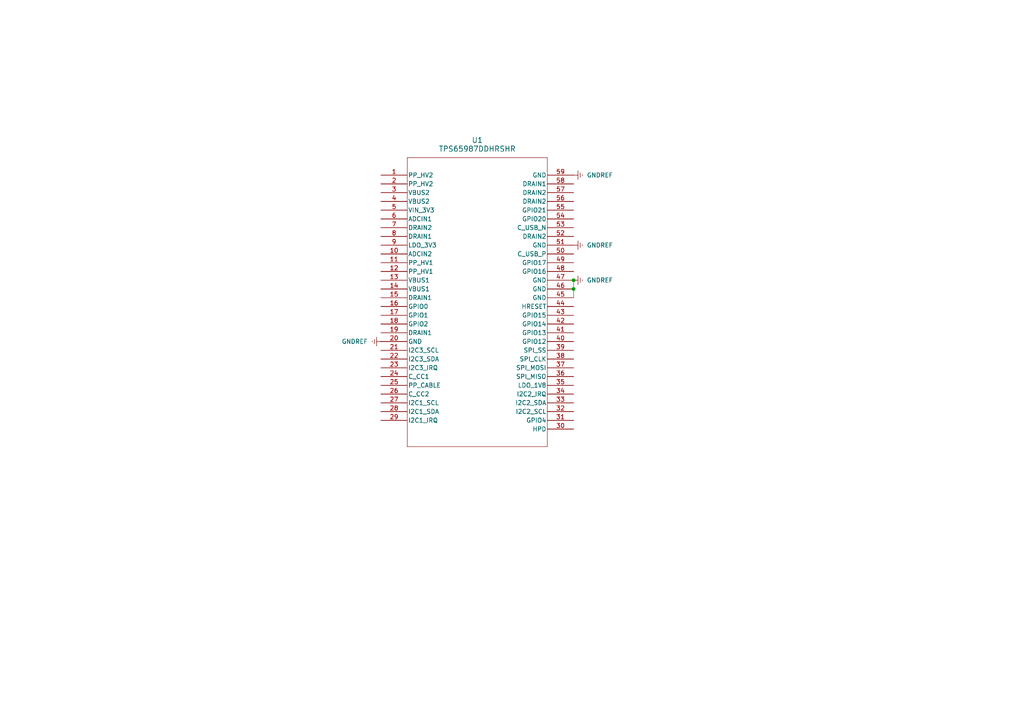
<source format=kicad_sch>
(kicad_sch
	(version 20231120)
	(generator "eeschema")
	(generator_version "8.0")
	(uuid "75b34116-10df-417c-9165-aae42604e306")
	(paper "A4")
	(lib_symbols
		(symbol "TPS65987DDHRSHR:TPS65987DDHRSHR"
			(pin_names
				(offset 0.254)
			)
			(exclude_from_sim no)
			(in_bom yes)
			(on_board yes)
			(property "Reference" "U"
				(at 27.94 10.16 0)
				(effects
					(font
						(size 1.524 1.524)
					)
				)
			)
			(property "Value" "TPS65987DDHRSHR"
				(at 27.94 7.62 0)
				(effects
					(font
						(size 1.524 1.524)
					)
				)
			)
			(property "Footprint" "RSH56_7P15X7P15_TEX"
				(at 0 0 0)
				(effects
					(font
						(size 1.27 1.27)
						(italic yes)
					)
					(hide yes)
				)
			)
			(property "Datasheet" "TPS65987DDHRSHR"
				(at 0 0 0)
				(effects
					(font
						(size 1.27 1.27)
						(italic yes)
					)
					(hide yes)
				)
			)
			(property "Description" ""
				(at 0 0 0)
				(effects
					(font
						(size 1.27 1.27)
					)
					(hide yes)
				)
			)
			(property "ki_locked" ""
				(at 0 0 0)
				(effects
					(font
						(size 1.27 1.27)
					)
				)
			)
			(property "ki_keywords" "TPS65987DDHRSHR"
				(at 0 0 0)
				(effects
					(font
						(size 1.27 1.27)
					)
					(hide yes)
				)
			)
			(property "ki_fp_filters" "RSH56_7P15X7P15_TEX"
				(at 0 0 0)
				(effects
					(font
						(size 1.27 1.27)
					)
					(hide yes)
				)
			)
			(symbol "TPS65987DDHRSHR_0_1"
				(polyline
					(pts
						(xy 7.62 -78.74) (xy 48.26 -78.74)
					)
					(stroke
						(width 0.127)
						(type default)
					)
					(fill
						(type none)
					)
				)
				(polyline
					(pts
						(xy 7.62 5.08) (xy 7.62 -78.74)
					)
					(stroke
						(width 0.127)
						(type default)
					)
					(fill
						(type none)
					)
				)
				(polyline
					(pts
						(xy 48.26 -78.74) (xy 48.26 5.08)
					)
					(stroke
						(width 0.127)
						(type default)
					)
					(fill
						(type none)
					)
				)
				(polyline
					(pts
						(xy 48.26 5.08) (xy 7.62 5.08)
					)
					(stroke
						(width 0.127)
						(type default)
					)
					(fill
						(type none)
					)
				)
				(pin unspecified line
					(at 0 0 0)
					(length 7.62)
					(name "PP_HV2"
						(effects
							(font
								(size 1.27 1.27)
							)
						)
					)
					(number "1"
						(effects
							(font
								(size 1.27 1.27)
							)
						)
					)
				)
				(pin input line
					(at 0 -22.86 0)
					(length 7.62)
					(name "ADCIN2"
						(effects
							(font
								(size 1.27 1.27)
							)
						)
					)
					(number "10"
						(effects
							(font
								(size 1.27 1.27)
							)
						)
					)
				)
				(pin unspecified line
					(at 0 -25.4 0)
					(length 7.62)
					(name "PP_HV1"
						(effects
							(font
								(size 1.27 1.27)
							)
						)
					)
					(number "11"
						(effects
							(font
								(size 1.27 1.27)
							)
						)
					)
				)
				(pin unspecified line
					(at 0 -27.94 0)
					(length 7.62)
					(name "PP_HV1"
						(effects
							(font
								(size 1.27 1.27)
							)
						)
					)
					(number "12"
						(effects
							(font
								(size 1.27 1.27)
							)
						)
					)
				)
				(pin power_in line
					(at 0 -30.48 0)
					(length 7.62)
					(name "VBUS1"
						(effects
							(font
								(size 1.27 1.27)
							)
						)
					)
					(number "13"
						(effects
							(font
								(size 1.27 1.27)
							)
						)
					)
				)
				(pin power_in line
					(at 0 -33.02 0)
					(length 7.62)
					(name "VBUS1"
						(effects
							(font
								(size 1.27 1.27)
							)
						)
					)
					(number "14"
						(effects
							(font
								(size 1.27 1.27)
							)
						)
					)
				)
				(pin unspecified line
					(at 0 -35.56 0)
					(length 7.62)
					(name "DRAIN1"
						(effects
							(font
								(size 1.27 1.27)
							)
						)
					)
					(number "15"
						(effects
							(font
								(size 1.27 1.27)
							)
						)
					)
				)
				(pin bidirectional line
					(at 0 -38.1 0)
					(length 7.62)
					(name "GPIO0"
						(effects
							(font
								(size 1.27 1.27)
							)
						)
					)
					(number "16"
						(effects
							(font
								(size 1.27 1.27)
							)
						)
					)
				)
				(pin bidirectional line
					(at 0 -40.64 0)
					(length 7.62)
					(name "GPIO1"
						(effects
							(font
								(size 1.27 1.27)
							)
						)
					)
					(number "17"
						(effects
							(font
								(size 1.27 1.27)
							)
						)
					)
				)
				(pin bidirectional line
					(at 0 -43.18 0)
					(length 7.62)
					(name "GPIO2"
						(effects
							(font
								(size 1.27 1.27)
							)
						)
					)
					(number "18"
						(effects
							(font
								(size 1.27 1.27)
							)
						)
					)
				)
				(pin unspecified line
					(at 0 -45.72 0)
					(length 7.62)
					(name "DRAIN1"
						(effects
							(font
								(size 1.27 1.27)
							)
						)
					)
					(number "19"
						(effects
							(font
								(size 1.27 1.27)
							)
						)
					)
				)
				(pin unspecified line
					(at 0 -2.54 0)
					(length 7.62)
					(name "PP_HV2"
						(effects
							(font
								(size 1.27 1.27)
							)
						)
					)
					(number "2"
						(effects
							(font
								(size 1.27 1.27)
							)
						)
					)
				)
				(pin power_in line
					(at 0 -48.26 0)
					(length 7.62)
					(name "GND"
						(effects
							(font
								(size 1.27 1.27)
							)
						)
					)
					(number "20"
						(effects
							(font
								(size 1.27 1.27)
							)
						)
					)
				)
				(pin bidirectional line
					(at 0 -50.8 0)
					(length 7.62)
					(name "I2C3_SCL"
						(effects
							(font
								(size 1.27 1.27)
							)
						)
					)
					(number "21"
						(effects
							(font
								(size 1.27 1.27)
							)
						)
					)
				)
				(pin bidirectional line
					(at 0 -53.34 0)
					(length 7.62)
					(name "I2C3_SDA"
						(effects
							(font
								(size 1.27 1.27)
							)
						)
					)
					(number "22"
						(effects
							(font
								(size 1.27 1.27)
							)
						)
					)
				)
				(pin bidirectional line
					(at 0 -55.88 0)
					(length 7.62)
					(name "I2C3_IRQ"
						(effects
							(font
								(size 1.27 1.27)
							)
						)
					)
					(number "23"
						(effects
							(font
								(size 1.27 1.27)
							)
						)
					)
				)
				(pin bidirectional line
					(at 0 -58.42 0)
					(length 7.62)
					(name "C_CC1"
						(effects
							(font
								(size 1.27 1.27)
							)
						)
					)
					(number "24"
						(effects
							(font
								(size 1.27 1.27)
							)
						)
					)
				)
				(pin input line
					(at 0 -60.96 0)
					(length 7.62)
					(name "PP_CABLE"
						(effects
							(font
								(size 1.27 1.27)
							)
						)
					)
					(number "25"
						(effects
							(font
								(size 1.27 1.27)
							)
						)
					)
				)
				(pin bidirectional line
					(at 0 -63.5 0)
					(length 7.62)
					(name "C_CC2"
						(effects
							(font
								(size 1.27 1.27)
							)
						)
					)
					(number "26"
						(effects
							(font
								(size 1.27 1.27)
							)
						)
					)
				)
				(pin bidirectional line
					(at 0 -66.04 0)
					(length 7.62)
					(name "I2C1_SCL"
						(effects
							(font
								(size 1.27 1.27)
							)
						)
					)
					(number "27"
						(effects
							(font
								(size 1.27 1.27)
							)
						)
					)
				)
				(pin bidirectional line
					(at 0 -68.58 0)
					(length 7.62)
					(name "I2C1_SDA"
						(effects
							(font
								(size 1.27 1.27)
							)
						)
					)
					(number "28"
						(effects
							(font
								(size 1.27 1.27)
							)
						)
					)
				)
				(pin output line
					(at 0 -71.12 0)
					(length 7.62)
					(name "I2C1_IRQ"
						(effects
							(font
								(size 1.27 1.27)
							)
						)
					)
					(number "29"
						(effects
							(font
								(size 1.27 1.27)
							)
						)
					)
				)
				(pin power_in line
					(at 0 -5.08 0)
					(length 7.62)
					(name "VBUS2"
						(effects
							(font
								(size 1.27 1.27)
							)
						)
					)
					(number "3"
						(effects
							(font
								(size 1.27 1.27)
							)
						)
					)
				)
				(pin bidirectional line
					(at 55.88 -73.66 180)
					(length 7.62)
					(name "HPD"
						(effects
							(font
								(size 1.27 1.27)
							)
						)
					)
					(number "30"
						(effects
							(font
								(size 1.27 1.27)
							)
						)
					)
				)
				(pin bidirectional line
					(at 55.88 -71.12 180)
					(length 7.62)
					(name "GPIO4"
						(effects
							(font
								(size 1.27 1.27)
							)
						)
					)
					(number "31"
						(effects
							(font
								(size 1.27 1.27)
							)
						)
					)
				)
				(pin bidirectional line
					(at 55.88 -68.58 180)
					(length 7.62)
					(name "I2C2_SCL"
						(effects
							(font
								(size 1.27 1.27)
							)
						)
					)
					(number "32"
						(effects
							(font
								(size 1.27 1.27)
							)
						)
					)
				)
				(pin bidirectional line
					(at 55.88 -66.04 180)
					(length 7.62)
					(name "I2C2_SDA"
						(effects
							(font
								(size 1.27 1.27)
							)
						)
					)
					(number "33"
						(effects
							(font
								(size 1.27 1.27)
							)
						)
					)
				)
				(pin output line
					(at 55.88 -63.5 180)
					(length 7.62)
					(name "I2C2_IRQ"
						(effects
							(font
								(size 1.27 1.27)
							)
						)
					)
					(number "34"
						(effects
							(font
								(size 1.27 1.27)
							)
						)
					)
				)
				(pin output line
					(at 55.88 -60.96 180)
					(length 7.62)
					(name "LDO_1V8"
						(effects
							(font
								(size 1.27 1.27)
							)
						)
					)
					(number "35"
						(effects
							(font
								(size 1.27 1.27)
							)
						)
					)
				)
				(pin bidirectional line
					(at 55.88 -58.42 180)
					(length 7.62)
					(name "SPI_MISO"
						(effects
							(font
								(size 1.27 1.27)
							)
						)
					)
					(number "36"
						(effects
							(font
								(size 1.27 1.27)
							)
						)
					)
				)
				(pin bidirectional line
					(at 55.88 -55.88 180)
					(length 7.62)
					(name "SPI_MOSI"
						(effects
							(font
								(size 1.27 1.27)
							)
						)
					)
					(number "37"
						(effects
							(font
								(size 1.27 1.27)
							)
						)
					)
				)
				(pin bidirectional line
					(at 55.88 -53.34 180)
					(length 7.62)
					(name "SPI_CLK"
						(effects
							(font
								(size 1.27 1.27)
							)
						)
					)
					(number "38"
						(effects
							(font
								(size 1.27 1.27)
							)
						)
					)
				)
				(pin bidirectional line
					(at 55.88 -50.8 180)
					(length 7.62)
					(name "SPI_SS"
						(effects
							(font
								(size 1.27 1.27)
							)
						)
					)
					(number "39"
						(effects
							(font
								(size 1.27 1.27)
							)
						)
					)
				)
				(pin power_in line
					(at 0 -7.62 0)
					(length 7.62)
					(name "VBUS2"
						(effects
							(font
								(size 1.27 1.27)
							)
						)
					)
					(number "4"
						(effects
							(font
								(size 1.27 1.27)
							)
						)
					)
				)
				(pin bidirectional line
					(at 55.88 -48.26 180)
					(length 7.62)
					(name "GPIO12"
						(effects
							(font
								(size 1.27 1.27)
							)
						)
					)
					(number "40"
						(effects
							(font
								(size 1.27 1.27)
							)
						)
					)
				)
				(pin bidirectional line
					(at 55.88 -45.72 180)
					(length 7.62)
					(name "GPIO13"
						(effects
							(font
								(size 1.27 1.27)
							)
						)
					)
					(number "41"
						(effects
							(font
								(size 1.27 1.27)
							)
						)
					)
				)
				(pin bidirectional line
					(at 55.88 -43.18 180)
					(length 7.62)
					(name "GPIO14"
						(effects
							(font
								(size 1.27 1.27)
							)
						)
					)
					(number "42"
						(effects
							(font
								(size 1.27 1.27)
							)
						)
					)
				)
				(pin bidirectional line
					(at 55.88 -40.64 180)
					(length 7.62)
					(name "GPIO15"
						(effects
							(font
								(size 1.27 1.27)
							)
						)
					)
					(number "43"
						(effects
							(font
								(size 1.27 1.27)
							)
						)
					)
				)
				(pin bidirectional line
					(at 55.88 -38.1 180)
					(length 7.62)
					(name "HRESET"
						(effects
							(font
								(size 1.27 1.27)
							)
						)
					)
					(number "44"
						(effects
							(font
								(size 1.27 1.27)
							)
						)
					)
				)
				(pin power_in line
					(at 55.88 -35.56 180)
					(length 7.62)
					(name "GND"
						(effects
							(font
								(size 1.27 1.27)
							)
						)
					)
					(number "45"
						(effects
							(font
								(size 1.27 1.27)
							)
						)
					)
				)
				(pin power_in line
					(at 55.88 -33.02 180)
					(length 7.62)
					(name "GND"
						(effects
							(font
								(size 1.27 1.27)
							)
						)
					)
					(number "46"
						(effects
							(font
								(size 1.27 1.27)
							)
						)
					)
				)
				(pin power_in line
					(at 55.88 -30.48 180)
					(length 7.62)
					(name "GND"
						(effects
							(font
								(size 1.27 1.27)
							)
						)
					)
					(number "47"
						(effects
							(font
								(size 1.27 1.27)
							)
						)
					)
				)
				(pin bidirectional line
					(at 55.88 -27.94 180)
					(length 7.62)
					(name "GPIO16"
						(effects
							(font
								(size 1.27 1.27)
							)
						)
					)
					(number "48"
						(effects
							(font
								(size 1.27 1.27)
							)
						)
					)
				)
				(pin bidirectional line
					(at 55.88 -25.4 180)
					(length 7.62)
					(name "GPIO17"
						(effects
							(font
								(size 1.27 1.27)
							)
						)
					)
					(number "49"
						(effects
							(font
								(size 1.27 1.27)
							)
						)
					)
				)
				(pin input line
					(at 0 -10.16 0)
					(length 7.62)
					(name "VIN_3V3"
						(effects
							(font
								(size 1.27 1.27)
							)
						)
					)
					(number "5"
						(effects
							(font
								(size 1.27 1.27)
							)
						)
					)
				)
				(pin bidirectional line
					(at 55.88 -22.86 180)
					(length 7.62)
					(name "C_USB_P"
						(effects
							(font
								(size 1.27 1.27)
							)
						)
					)
					(number "50"
						(effects
							(font
								(size 1.27 1.27)
							)
						)
					)
				)
				(pin power_in line
					(at 55.88 -20.32 180)
					(length 7.62)
					(name "GND"
						(effects
							(font
								(size 1.27 1.27)
							)
						)
					)
					(number "51"
						(effects
							(font
								(size 1.27 1.27)
							)
						)
					)
				)
				(pin unspecified line
					(at 55.88 -17.78 180)
					(length 7.62)
					(name "DRAIN2"
						(effects
							(font
								(size 1.27 1.27)
							)
						)
					)
					(number "52"
						(effects
							(font
								(size 1.27 1.27)
							)
						)
					)
				)
				(pin bidirectional line
					(at 55.88 -15.24 180)
					(length 7.62)
					(name "C_USB_N"
						(effects
							(font
								(size 1.27 1.27)
							)
						)
					)
					(number "53"
						(effects
							(font
								(size 1.27 1.27)
							)
						)
					)
				)
				(pin bidirectional line
					(at 55.88 -12.7 180)
					(length 7.62)
					(name "GPIO20"
						(effects
							(font
								(size 1.27 1.27)
							)
						)
					)
					(number "54"
						(effects
							(font
								(size 1.27 1.27)
							)
						)
					)
				)
				(pin bidirectional line
					(at 55.88 -10.16 180)
					(length 7.62)
					(name "GPIO21"
						(effects
							(font
								(size 1.27 1.27)
							)
						)
					)
					(number "55"
						(effects
							(font
								(size 1.27 1.27)
							)
						)
					)
				)
				(pin unspecified line
					(at 55.88 -7.62 180)
					(length 7.62)
					(name "DRAIN2"
						(effects
							(font
								(size 1.27 1.27)
							)
						)
					)
					(number "56"
						(effects
							(font
								(size 1.27 1.27)
							)
						)
					)
				)
				(pin unspecified line
					(at 55.88 -5.08 180)
					(length 7.62)
					(name "DRAIN2"
						(effects
							(font
								(size 1.27 1.27)
							)
						)
					)
					(number "57"
						(effects
							(font
								(size 1.27 1.27)
							)
						)
					)
				)
				(pin unspecified line
					(at 55.88 -2.54 180)
					(length 7.62)
					(name "DRAIN1"
						(effects
							(font
								(size 1.27 1.27)
							)
						)
					)
					(number "58"
						(effects
							(font
								(size 1.27 1.27)
							)
						)
					)
				)
				(pin power_in line
					(at 55.88 0 180)
					(length 7.62)
					(name "GND"
						(effects
							(font
								(size 1.27 1.27)
							)
						)
					)
					(number "59"
						(effects
							(font
								(size 1.27 1.27)
							)
						)
					)
				)
				(pin input line
					(at 0 -12.7 0)
					(length 7.62)
					(name "ADCIN1"
						(effects
							(font
								(size 1.27 1.27)
							)
						)
					)
					(number "6"
						(effects
							(font
								(size 1.27 1.27)
							)
						)
					)
				)
				(pin unspecified line
					(at 0 -15.24 0)
					(length 7.62)
					(name "DRAIN2"
						(effects
							(font
								(size 1.27 1.27)
							)
						)
					)
					(number "7"
						(effects
							(font
								(size 1.27 1.27)
							)
						)
					)
				)
				(pin unspecified line
					(at 0 -17.78 0)
					(length 7.62)
					(name "DRAIN1"
						(effects
							(font
								(size 1.27 1.27)
							)
						)
					)
					(number "8"
						(effects
							(font
								(size 1.27 1.27)
							)
						)
					)
				)
				(pin output line
					(at 0 -20.32 0)
					(length 7.62)
					(name "LDO_3V3"
						(effects
							(font
								(size 1.27 1.27)
							)
						)
					)
					(number "9"
						(effects
							(font
								(size 1.27 1.27)
							)
						)
					)
				)
			)
		)
		(symbol "power:GNDREF"
			(power)
			(pin_numbers hide)
			(pin_names
				(offset 0) hide)
			(exclude_from_sim no)
			(in_bom yes)
			(on_board yes)
			(property "Reference" "#PWR"
				(at 0 -6.35 0)
				(effects
					(font
						(size 1.27 1.27)
					)
					(hide yes)
				)
			)
			(property "Value" "GNDREF"
				(at 0 -3.81 0)
				(effects
					(font
						(size 1.27 1.27)
					)
				)
			)
			(property "Footprint" ""
				(at 0 0 0)
				(effects
					(font
						(size 1.27 1.27)
					)
					(hide yes)
				)
			)
			(property "Datasheet" ""
				(at 0 0 0)
				(effects
					(font
						(size 1.27 1.27)
					)
					(hide yes)
				)
			)
			(property "Description" "Power symbol creates a global label with name \"GNDREF\" , reference supply ground"
				(at 0 0 0)
				(effects
					(font
						(size 1.27 1.27)
					)
					(hide yes)
				)
			)
			(property "ki_keywords" "global power"
				(at 0 0 0)
				(effects
					(font
						(size 1.27 1.27)
					)
					(hide yes)
				)
			)
			(symbol "GNDREF_0_1"
				(polyline
					(pts
						(xy -0.635 -1.905) (xy 0.635 -1.905)
					)
					(stroke
						(width 0)
						(type default)
					)
					(fill
						(type none)
					)
				)
				(polyline
					(pts
						(xy -0.127 -2.54) (xy 0.127 -2.54)
					)
					(stroke
						(width 0)
						(type default)
					)
					(fill
						(type none)
					)
				)
				(polyline
					(pts
						(xy 0 -1.27) (xy 0 0)
					)
					(stroke
						(width 0)
						(type default)
					)
					(fill
						(type none)
					)
				)
				(polyline
					(pts
						(xy 1.27 -1.27) (xy -1.27 -1.27)
					)
					(stroke
						(width 0)
						(type default)
					)
					(fill
						(type none)
					)
				)
			)
			(symbol "GNDREF_1_1"
				(pin power_in line
					(at 0 0 270)
					(length 0)
					(name "~"
						(effects
							(font
								(size 1.27 1.27)
							)
						)
					)
					(number "1"
						(effects
							(font
								(size 1.27 1.27)
							)
						)
					)
				)
			)
		)
	)
	(junction
		(at 166.37 81.28)
		(diameter 0)
		(color 0 0 0 0)
		(uuid "d16899a8-deda-45e1-8177-c6bfb06c0314")
	)
	(junction
		(at 166.37 83.82)
		(diameter 0)
		(color 0 0 0 0)
		(uuid "e4aa1749-c06f-46a7-9ec9-7b5bb315db73")
	)
	(wire
		(pts
			(xy 166.37 81.28) (xy 166.37 83.82)
		)
		(stroke
			(width 0)
			(type default)
		)
		(uuid "0d518f08-a774-4652-8926-4a156b51ec06")
	)
	(wire
		(pts
			(xy 166.37 83.82) (xy 166.37 86.36)
		)
		(stroke
			(width 0)
			(type default)
		)
		(uuid "d1599d0e-5df9-4c0b-b824-c9309c945e3b")
	)
	(symbol
		(lib_id "TPS65987DDHRSHR:TPS65987DDHRSHR")
		(at 110.49 50.8 0)
		(unit 1)
		(exclude_from_sim no)
		(in_bom yes)
		(on_board yes)
		(dnp no)
		(fields_autoplaced yes)
		(uuid "0fd65d66-cac1-4cea-bcff-5d908141fa13")
		(property "Reference" "U1"
			(at 138.43 40.64 0)
			(effects
				(font
					(size 1.524 1.524)
				)
			)
		)
		(property "Value" "TPS65987DDHRSHR"
			(at 138.43 43.18 0)
			(effects
				(font
					(size 1.524 1.524)
				)
			)
		)
		(property "Footprint" "RSH56_7P15X7P15_TEX"
			(at 110.49 50.8 0)
			(effects
				(font
					(size 1.27 1.27)
					(italic yes)
				)
				(hide yes)
			)
		)
		(property "Datasheet" "TPS65987DDHRSHR"
			(at 110.49 50.8 0)
			(effects
				(font
					(size 1.27 1.27)
					(italic yes)
				)
				(hide yes)
			)
		)
		(property "Description" ""
			(at 110.49 50.8 0)
			(effects
				(font
					(size 1.27 1.27)
				)
				(hide yes)
			)
		)
		(pin "38"
			(uuid "20de208e-b9bb-4a82-bbed-95bda2cacfd3")
		)
		(pin "41"
			(uuid "211975c9-9d9c-4cad-9698-4246db562c06")
		)
		(pin "26"
			(uuid "2ca4dbea-a12c-439e-b4b9-334d811d080a")
		)
		(pin "13"
			(uuid "5dcbb846-f7a5-41e1-89a6-815036188c52")
		)
		(pin "14"
			(uuid "7dc7ef26-5460-4c9c-8d68-8a9b2a43c469")
		)
		(pin "15"
			(uuid "cf11dc67-cc3f-49a7-aa39-e0842ccf2eab")
		)
		(pin "30"
			(uuid "5416bc70-4196-4875-999f-1dcec8040bfc")
		)
		(pin "22"
			(uuid "7d829b78-9a96-4864-811b-765d0dc9b43c")
		)
		(pin "31"
			(uuid "d6107224-3809-4067-b382-cb5791ab7b3a")
		)
		(pin "4"
			(uuid "70e78433-6947-4529-b160-baf42785cb18")
		)
		(pin "8"
			(uuid "534f3f40-6761-417b-a80e-3804b9691a11")
		)
		(pin "39"
			(uuid "a689f7d2-30bd-49e1-8378-7c8f503470eb")
		)
		(pin "18"
			(uuid "d06c5744-ef2d-4805-9f1f-251089f36db2")
		)
		(pin "21"
			(uuid "e3f61e3e-8aae-4a81-a15f-fee265e5db54")
		)
		(pin "20"
			(uuid "ba276289-0619-4aed-8868-f6f4d1cfaa78")
		)
		(pin "23"
			(uuid "f763aa51-f9f8-49cc-ab57-c7520babe5f4")
		)
		(pin "25"
			(uuid "a8a0d24b-1233-425e-abaa-67221040b156")
		)
		(pin "35"
			(uuid "2da3b6b8-545a-4edc-a806-1cade37aee7d")
		)
		(pin "10"
			(uuid "d5a35d0d-29f2-4c74-8780-c6379011066b")
		)
		(pin "17"
			(uuid "a1776179-555c-498c-8c7d-c3cee507e561")
		)
		(pin "34"
			(uuid "bf003800-1666-4df2-8ee4-4eec9cf56a28")
		)
		(pin "36"
			(uuid "1504b767-790c-4104-9678-5de2e100797f")
		)
		(pin "43"
			(uuid "7c3a90ca-ca6d-4e93-a1de-980d02ad00e4")
		)
		(pin "12"
			(uuid "f362b016-321d-4460-b3bc-bea7e72b551b")
		)
		(pin "52"
			(uuid "012492f5-c020-4bac-9e79-51e72943aae3")
		)
		(pin "53"
			(uuid "e8ec1697-af16-4084-9187-c2d38609eecf")
		)
		(pin "16"
			(uuid "275f5b3e-9fc6-4063-9839-6b11ac2ce9e5")
		)
		(pin "50"
			(uuid "97768b07-ab09-46d0-b8a3-e5acb92fd11c")
		)
		(pin "45"
			(uuid "0fc66f6a-fdc6-4b71-a3c6-5694428f5858")
		)
		(pin "55"
			(uuid "daae8f4a-dacd-43f7-8350-b5c1e29d2643")
		)
		(pin "1"
			(uuid "64988a80-2143-44df-9d71-6e157094fc85")
		)
		(pin "11"
			(uuid "7a489737-ef69-4b61-98a7-00cd7a3a6365")
		)
		(pin "49"
			(uuid "334f4105-f9d7-41fc-b8be-5675adda63dc")
		)
		(pin "24"
			(uuid "b00afb49-0051-46c6-8af3-f12c137d3bf0")
		)
		(pin "29"
			(uuid "d44b1bdc-4da3-49bd-898b-db04bd09227c")
		)
		(pin "27"
			(uuid "236e05c6-feed-40d7-9e81-f81c93de2dcb")
		)
		(pin "48"
			(uuid "7a34900b-f247-437d-a675-49bb62802f3c")
		)
		(pin "5"
			(uuid "65c09532-80b1-44b9-995c-0fb70a60146c")
		)
		(pin "19"
			(uuid "9fdfa70b-f46a-4618-9a0b-17ba3d3a78d6")
		)
		(pin "33"
			(uuid "77a46450-06c9-4629-8102-89cc2a81eac7")
		)
		(pin "51"
			(uuid "1002b2e4-d96b-4ede-9977-dcb9fad6f5fc")
		)
		(pin "40"
			(uuid "2a736a10-8a6b-4e70-8509-7bbdbc907f0e")
		)
		(pin "28"
			(uuid "62d4c195-7e42-45e1-b0e2-3cee764eb9a9")
		)
		(pin "32"
			(uuid "52951d8e-bd4f-46fe-9357-9efd56f5a4fe")
		)
		(pin "56"
			(uuid "6e0addf0-b80d-4bf1-ac2c-6239359974b5")
		)
		(pin "3"
			(uuid "0c0944ab-bf94-4107-86d1-6ab7d80995e0")
		)
		(pin "37"
			(uuid "9f57703f-ad83-4f99-bc3c-66aa66a60e10")
		)
		(pin "2"
			(uuid "17624b4c-ea64-4112-bd3d-7922ad10cba2")
		)
		(pin "44"
			(uuid "1b9ab70b-8349-4f84-b3cb-5920d18b01af")
		)
		(pin "54"
			(uuid "19988b1f-77d2-48b0-b2cb-1a52632dfe70")
		)
		(pin "57"
			(uuid "d5c2331d-7fec-47af-8d6b-13a332c65510")
		)
		(pin "47"
			(uuid "09642292-58be-4d9b-bddf-1e1f7916d99f")
		)
		(pin "46"
			(uuid "5fd2c21a-4796-4636-8da4-bda59a5c1e98")
		)
		(pin "58"
			(uuid "dd4cebc0-a74f-49cb-90bd-73a1fce1dcf4")
		)
		(pin "59"
			(uuid "7d8ba214-4a83-49ad-b9a2-3222d026317d")
		)
		(pin "42"
			(uuid "0776fb89-f038-458a-b755-702c3bdfcd85")
		)
		(pin "6"
			(uuid "5d43294f-6407-4ef1-9353-5133f2501542")
		)
		(pin "7"
			(uuid "b574b929-bbca-439f-b650-54d1e416f3e2")
		)
		(pin "9"
			(uuid "896a8dd7-4141-49db-9796-0132d6266b6f")
		)
		(instances
			(project "Usb 3.0"
				(path "/6d9574af-18a2-4e68-aceb-f8599563ee21/dfcaf9e8-d416-41dd-9fd0-a842508338fc"
					(reference "U1")
					(unit 1)
				)
			)
		)
	)
	(symbol
		(lib_id "power:GNDREF")
		(at 110.49 99.06 270)
		(unit 1)
		(exclude_from_sim no)
		(in_bom yes)
		(on_board yes)
		(dnp no)
		(fields_autoplaced yes)
		(uuid "232d8cad-d3e7-4a80-a03b-75b78c990bf2")
		(property "Reference" "#PWR09"
			(at 104.14 99.06 0)
			(effects
				(font
					(size 1.27 1.27)
				)
				(hide yes)
			)
		)
		(property "Value" "GNDREF"
			(at 106.68 99.0599 90)
			(effects
				(font
					(size 1.27 1.27)
				)
				(justify right)
			)
		)
		(property "Footprint" ""
			(at 110.49 99.06 0)
			(effects
				(font
					(size 1.27 1.27)
				)
				(hide yes)
			)
		)
		(property "Datasheet" ""
			(at 110.49 99.06 0)
			(effects
				(font
					(size 1.27 1.27)
				)
				(hide yes)
			)
		)
		(property "Description" "Power symbol creates a global label with name \"GNDREF\" , reference supply ground"
			(at 110.49 99.06 0)
			(effects
				(font
					(size 1.27 1.27)
				)
				(hide yes)
			)
		)
		(pin "1"
			(uuid "2a6c6431-76b0-435c-ae17-81166757a10e")
		)
		(instances
			(project "Usb 3.0"
				(path "/6d9574af-18a2-4e68-aceb-f8599563ee21/dfcaf9e8-d416-41dd-9fd0-a842508338fc"
					(reference "#PWR09")
					(unit 1)
				)
			)
		)
	)
	(symbol
		(lib_id "power:GNDREF")
		(at 166.37 50.8 90)
		(unit 1)
		(exclude_from_sim no)
		(in_bom yes)
		(on_board yes)
		(dnp no)
		(fields_autoplaced yes)
		(uuid "5e65fe8f-6231-4585-8283-00f65f0b1e6f")
		(property "Reference" "#PWR010"
			(at 172.72 50.8 0)
			(effects
				(font
					(size 1.27 1.27)
				)
				(hide yes)
			)
		)
		(property "Value" "GNDREF"
			(at 170.18 50.7999 90)
			(effects
				(font
					(size 1.27 1.27)
				)
				(justify right)
			)
		)
		(property "Footprint" ""
			(at 166.37 50.8 0)
			(effects
				(font
					(size 1.27 1.27)
				)
				(hide yes)
			)
		)
		(property "Datasheet" ""
			(at 166.37 50.8 0)
			(effects
				(font
					(size 1.27 1.27)
				)
				(hide yes)
			)
		)
		(property "Description" "Power symbol creates a global label with name \"GNDREF\" , reference supply ground"
			(at 166.37 50.8 0)
			(effects
				(font
					(size 1.27 1.27)
				)
				(hide yes)
			)
		)
		(pin "1"
			(uuid "8a5e001f-627e-43a0-ae8b-d9ecd94d8919")
		)
		(instances
			(project "Usb 3.0"
				(path "/6d9574af-18a2-4e68-aceb-f8599563ee21/dfcaf9e8-d416-41dd-9fd0-a842508338fc"
					(reference "#PWR010")
					(unit 1)
				)
			)
		)
	)
	(symbol
		(lib_id "power:GNDREF")
		(at 166.37 71.12 90)
		(unit 1)
		(exclude_from_sim no)
		(in_bom yes)
		(on_board yes)
		(dnp no)
		(fields_autoplaced yes)
		(uuid "86206a71-4930-45ce-8806-5f32bb44f2ea")
		(property "Reference" "#PWR07"
			(at 172.72 71.12 0)
			(effects
				(font
					(size 1.27 1.27)
				)
				(hide yes)
			)
		)
		(property "Value" "GNDREF"
			(at 170.18 71.1199 90)
			(effects
				(font
					(size 1.27 1.27)
				)
				(justify right)
			)
		)
		(property "Footprint" ""
			(at 166.37 71.12 0)
			(effects
				(font
					(size 1.27 1.27)
				)
				(hide yes)
			)
		)
		(property "Datasheet" ""
			(at 166.37 71.12 0)
			(effects
				(font
					(size 1.27 1.27)
				)
				(hide yes)
			)
		)
		(property "Description" "Power symbol creates a global label with name \"GNDREF\" , reference supply ground"
			(at 166.37 71.12 0)
			(effects
				(font
					(size 1.27 1.27)
				)
				(hide yes)
			)
		)
		(pin "1"
			(uuid "155ee6e5-673b-4f3f-9809-9f41020c776d")
		)
		(instances
			(project "Usb 3.0"
				(path "/6d9574af-18a2-4e68-aceb-f8599563ee21/dfcaf9e8-d416-41dd-9fd0-a842508338fc"
					(reference "#PWR07")
					(unit 1)
				)
			)
		)
	)
	(symbol
		(lib_id "power:GNDREF")
		(at 166.37 81.28 90)
		(unit 1)
		(exclude_from_sim no)
		(in_bom yes)
		(on_board yes)
		(dnp no)
		(fields_autoplaced yes)
		(uuid "af098e5d-4ca0-49d9-9196-363c83f98968")
		(property "Reference" "#PWR08"
			(at 172.72 81.28 0)
			(effects
				(font
					(size 1.27 1.27)
				)
				(hide yes)
			)
		)
		(property "Value" "GNDREF"
			(at 170.18 81.2799 90)
			(effects
				(font
					(size 1.27 1.27)
				)
				(justify right)
			)
		)
		(property "Footprint" ""
			(at 166.37 81.28 0)
			(effects
				(font
					(size 1.27 1.27)
				)
				(hide yes)
			)
		)
		(property "Datasheet" ""
			(at 166.37 81.28 0)
			(effects
				(font
					(size 1.27 1.27)
				)
				(hide yes)
			)
		)
		(property "Description" "Power symbol creates a global label with name \"GNDREF\" , reference supply ground"
			(at 166.37 81.28 0)
			(effects
				(font
					(size 1.27 1.27)
				)
				(hide yes)
			)
		)
		(pin "1"
			(uuid "3a81af1e-3ecf-4fe2-8c1a-f937eed5b94e")
		)
		(instances
			(project "Usb 3.0"
				(path "/6d9574af-18a2-4e68-aceb-f8599563ee21/dfcaf9e8-d416-41dd-9fd0-a842508338fc"
					(reference "#PWR08")
					(unit 1)
				)
			)
		)
	)
)
</source>
